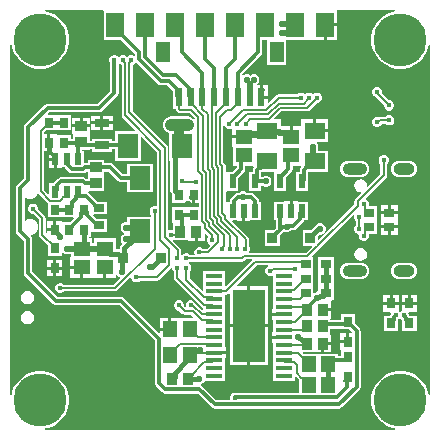
<source format=gbl>
G04*
G04 #@! TF.GenerationSoftware,Altium Limited,Altium Designer,25.6.2 (33)*
G04*
G04 Layer_Physical_Order=4*
G04 Layer_Color=16711680*
%FSLAX44Y44*%
%MOMM*%
G71*
G04*
G04 #@! TF.SameCoordinates,86BBD976-67B5-41F1-AD37-A89888A357BC*
G04*
G04*
G04 #@! TF.FilePolarity,Positive*
G04*
G01*
G75*
%ADD12C,0.6000*%
%ADD13C,0.2000*%
%ADD15C,0.1500*%
%ADD22R,1.5000X2.0000*%
%ADD23R,1.0000X0.9000*%
%ADD24R,0.9000X0.8000*%
%ADD27R,1.4000X1.3000*%
%ADD28R,0.9000X1.0000*%
%ADD32R,0.8000X0.9000*%
%ADD64C,0.4500*%
%ADD65C,0.5000*%
%ADD66C,0.3000*%
%ADD68C,0.4000*%
%ADD71O,2.1000X1.0000*%
%ADD72O,1.8000X1.0000*%
%ADD73C,4.5000*%
%ADD74C,0.5500*%
%ADD75C,0.4500*%
%ADD82R,1.8000X1.4000*%
%ADD83R,0.6000X1.5500*%
%ADD84R,0.6000X1.2000*%
%ADD85R,1.4750X0.4500*%
%ADD86R,2.7500X6.2000*%
%ADD87R,1.3000X0.7000*%
%ADD88R,0.6000X1.0000*%
%ADD89R,1.2000X1.4000*%
%ADD90R,1.8000X2.1000*%
%ADD91R,0.8800X0.9600*%
%ADD92R,1.8000X2.0000*%
%ADD93R,0.9400X0.6700*%
%ADD94R,1.3000X1.4000*%
%ADD95R,1.2000X1.8000*%
%ADD96C,1.0000*%
%ADD97C,0.8500*%
%ADD98R,0.6000X0.7530*%
G36*
X490576Y464100D02*
X487854Y463559D01*
X483395Y461712D01*
X479382Y459030D01*
X475970Y455618D01*
X473288Y451605D01*
X471441Y447146D01*
X470500Y442413D01*
Y437587D01*
X471441Y432854D01*
X473288Y428395D01*
X475970Y424382D01*
X479382Y420970D01*
X483395Y418288D01*
X487854Y416441D01*
X492587Y415500D01*
X497413D01*
X502146Y416441D01*
X506605Y418288D01*
X510618Y420970D01*
X514030Y424382D01*
X516712Y428395D01*
X518559Y432854D01*
X519100Y435576D01*
X520000Y435487D01*
Y139513D01*
X519100Y139424D01*
X518559Y142146D01*
X516712Y146605D01*
X514030Y150618D01*
X510618Y154030D01*
X506605Y156712D01*
X502146Y158559D01*
X497413Y159500D01*
X492587D01*
X487854Y158559D01*
X483395Y156712D01*
X479382Y154030D01*
X475970Y150618D01*
X473288Y146605D01*
X471441Y142146D01*
X470500Y137413D01*
Y132587D01*
X471441Y127854D01*
X473288Y123395D01*
X475970Y119382D01*
X479382Y115970D01*
X483395Y113288D01*
X487854Y111441D01*
X490576Y110900D01*
X490487Y110000D01*
X194513D01*
X194424Y110900D01*
X197146Y111441D01*
X201605Y113288D01*
X205618Y115970D01*
X209030Y119382D01*
X211712Y123395D01*
X213559Y127854D01*
X214500Y132587D01*
Y137413D01*
X213559Y142146D01*
X211712Y146605D01*
X209030Y150618D01*
X205618Y154030D01*
X201605Y156712D01*
X197146Y158559D01*
X192413Y159500D01*
X187587D01*
X182854Y158559D01*
X178395Y156712D01*
X174382Y154030D01*
X170970Y150618D01*
X168288Y146605D01*
X166441Y142146D01*
X165900Y139424D01*
X165000Y139513D01*
Y435487D01*
X165900Y435576D01*
X166441Y432854D01*
X168288Y428395D01*
X170970Y424382D01*
X174382Y420970D01*
X178395Y418288D01*
X182854Y416441D01*
X187587Y415500D01*
X192413D01*
X197146Y416441D01*
X201605Y418288D01*
X205618Y420970D01*
X209030Y424382D01*
X211712Y428395D01*
X213559Y432854D01*
X214500Y437587D01*
Y442413D01*
X213559Y447146D01*
X211712Y451605D01*
X209030Y455618D01*
X205618Y459030D01*
X201605Y461712D01*
X197146Y463558D01*
X194424Y464100D01*
X194512Y465000D01*
X243408D01*
X244100Y464497D01*
Y440000D01*
X258551D01*
X270431Y428119D01*
Y426755D01*
X269600Y426410D01*
X269407Y426603D01*
X267845Y427250D01*
X266155D01*
X264593Y426603D01*
X263500Y425510D01*
X262407Y426603D01*
X260845Y427250D01*
X259155D01*
X257593Y426603D01*
X256500Y425510D01*
X255407Y426603D01*
X253845Y427250D01*
X252155D01*
X250593Y426603D01*
X249397Y425407D01*
X248750Y423845D01*
Y422155D01*
X249397Y420593D01*
X249431Y420558D01*
Y396478D01*
X238772Y385819D01*
X196491D01*
X195125Y385547D01*
X193967Y384773D01*
X177477Y368283D01*
X176703Y367125D01*
X176431Y365759D01*
Y322947D01*
X170849Y317365D01*
X170076Y316207D01*
X169804Y314841D01*
Y278109D01*
X170076Y276743D01*
X170849Y275585D01*
X176431Y270003D01*
Y242500D01*
X176703Y241134D01*
X177477Y239977D01*
X201221Y216233D01*
X202378Y215459D01*
X203744Y215187D01*
X257266D01*
X286931Y185522D01*
Y149551D01*
X287202Y148185D01*
X287976Y147028D01*
X293527Y141477D01*
X294685Y140703D01*
X296050Y140431D01*
X323522D01*
X335227Y128727D01*
X336384Y127953D01*
X337750Y127681D01*
X443000D01*
X444366Y127953D01*
X445523Y128727D01*
X460524Y143727D01*
X461297Y144885D01*
X461569Y146250D01*
Y193250D01*
X461297Y194615D01*
X460524Y195773D01*
X456500Y199797D01*
Y207750D01*
X444500D01*
Y202569D01*
X435750D01*
Y203710D01*
X436290D01*
Y209980D01*
X429250D01*
Y212520D01*
X436290D01*
Y218790D01*
X436999Y219250D01*
X438500D01*
Y231250D01*
X438500D01*
Y231750D01*
X438500D01*
Y243750D01*
X438500D01*
Y244250D01*
X438500D01*
Y256250D01*
X425500D01*
Y244250D01*
X425500D01*
Y243750D01*
X425500D01*
Y231750D01*
X425500D01*
Y231250D01*
X425500D01*
Y227045D01*
X425365Y227018D01*
X424042Y226134D01*
X424042Y226134D01*
X423630Y225723D01*
X423298D01*
X422400Y225351D01*
X421500Y225952D01*
Y231250D01*
X421500Y231250D01*
Y231750D01*
X421500D01*
X421500Y232150D01*
Y243750D01*
X421500Y243750D01*
Y244250D01*
X421500D01*
X421500Y244650D01*
Y256250D01*
X420831D01*
X420487Y257081D01*
X426373Y262967D01*
X426373Y262967D01*
X455163Y291757D01*
X455926Y291248D01*
X455759Y290845D01*
Y289154D01*
X456406Y287592D01*
X457206Y286793D01*
Y283207D01*
X456407Y282408D01*
X455760Y280846D01*
Y279155D01*
X456407Y277593D01*
X457602Y276397D01*
X459164Y275750D01*
X459315D01*
X459815Y275002D01*
X459750Y274845D01*
Y273155D01*
X460397Y271593D01*
X461593Y270397D01*
X463155Y269750D01*
X464845D01*
X466407Y270397D01*
X467603Y271593D01*
X468250Y273155D01*
Y274845D01*
X468674Y275480D01*
X475260D01*
Y287480D01*
X475260Y287480D01*
Y287520D01*
X475260D01*
X475260Y288380D01*
Y299520D01*
X468674D01*
X468250Y300155D01*
Y301845D01*
X467603Y303407D01*
X466407Y304603D01*
X465805Y304853D01*
X465629Y305735D01*
X482983Y323088D01*
X483590Y323998D01*
X483804Y325071D01*
Y334794D01*
X484603Y335593D01*
X485250Y337155D01*
Y338845D01*
X484603Y340407D01*
X483407Y341603D01*
X481845Y342250D01*
X480155D01*
X478593Y341603D01*
X477397Y340407D01*
X476750Y338845D01*
Y337155D01*
X477397Y335593D01*
X478196Y334794D01*
Y326232D01*
X467558Y315594D01*
X466764Y316018D01*
X466840Y316400D01*
X466423Y318498D01*
X465234Y320277D01*
X463456Y321465D01*
X461358Y321883D01*
X459260Y321465D01*
X457481Y320277D01*
X456293Y318498D01*
X455876Y316400D01*
X456293Y314302D01*
X457481Y312524D01*
X459260Y311335D01*
X461358Y310918D01*
X461740Y310994D01*
X462164Y310200D01*
X457017Y305054D01*
X456410Y304144D01*
X456196Y303071D01*
Y300721D01*
X426083Y270608D01*
X425251Y270952D01*
Y273532D01*
X426695Y274976D01*
X427945D01*
X429691Y275700D01*
X431027Y277036D01*
X431750Y278782D01*
Y280671D01*
X431027Y282417D01*
X429691Y283753D01*
X427945Y284476D01*
X426055D01*
X424309Y283753D01*
X423630Y283073D01*
X422507Y282323D01*
X422507Y282323D01*
X419484Y279300D01*
X412451D01*
Y265700D01*
X419999D01*
X420344Y264869D01*
X415279Y259804D01*
X367490D01*
X367149Y260704D01*
X367750Y262155D01*
Y263845D01*
X367103Y265407D01*
X366878Y265632D01*
Y271037D01*
X366664Y272110D01*
X366057Y273020D01*
X352907Y286169D01*
X353252Y287000D01*
X356960D01*
Y286460D01*
X361230D01*
Y295000D01*
X363770D01*
Y286460D01*
X368040D01*
Y287000D01*
X377000D01*
Y303000D01*
X375569D01*
Y303743D01*
X375297Y305109D01*
X374524Y306267D01*
X371267Y309523D01*
X370109Y310297D01*
X368743Y310569D01*
X365149D01*
X364691Y311027D01*
X362945Y311750D01*
X361055D01*
X359309Y311027D01*
X358846Y310563D01*
X357752D01*
X356386Y310292D01*
X355229Y309518D01*
X351537Y305827D01*
X350764Y304669D01*
X350492Y303303D01*
Y303000D01*
X348000D01*
X347304Y303492D01*
Y311508D01*
X348000Y312000D01*
X358000D01*
Y322953D01*
X362766Y327719D01*
X363540Y328877D01*
X363811Y330243D01*
Y333500D01*
X370681D01*
X371054Y332600D01*
X370977Y332523D01*
X370203Y331365D01*
X369931Y330000D01*
Y328000D01*
X367000D01*
Y312000D01*
X377000D01*
Y316575D01*
X377995D01*
X378453Y316117D01*
X380199Y315393D01*
X382089D01*
X383834Y316117D01*
X385171Y317453D01*
X385894Y319198D01*
Y321088D01*
X385171Y322834D01*
X383834Y324170D01*
X382089Y324893D01*
X380199D01*
X378453Y324170D01*
X377995Y323712D01*
X377069D01*
Y327944D01*
X377347Y328000D01*
X388000D01*
Y312000D01*
X398000D01*
Y322953D01*
X402766Y327719D01*
X403540Y328877D01*
X403811Y330243D01*
Y333500D01*
X410681D01*
X411054Y332600D01*
X410977Y332523D01*
X410203Y331365D01*
X409931Y330000D01*
Y328000D01*
X407000D01*
Y312000D01*
X417000D01*
Y321155D01*
X417069Y321500D01*
Y328000D01*
X433500D01*
Y346000D01*
X425588D01*
Y347664D01*
X425750Y348055D01*
Y349945D01*
X425027Y351691D01*
X424157Y352560D01*
X424530Y353460D01*
X434040D01*
Y361730D01*
X422500D01*
Y363000D01*
X421230D01*
Y372540D01*
X410960D01*
Y367040D01*
X403770D01*
Y358000D01*
X401230D01*
Y367040D01*
X394040D01*
Y372540D01*
X388616D01*
X388271Y373372D01*
X394493Y379593D01*
X415626D01*
X416146Y379696D01*
X416301D01*
X417374Y379910D01*
X418283Y380517D01*
X424516Y386750D01*
X425075D01*
X426637Y387397D01*
X427832Y388593D01*
X428480Y390155D01*
Y391845D01*
X427832Y393407D01*
X426637Y394603D01*
X425075Y395250D01*
X423384D01*
X421822Y394603D01*
X420980Y393760D01*
X420137Y394603D01*
X418575Y395250D01*
X416884D01*
X415322Y394603D01*
X414480Y393760D01*
X413637Y394603D01*
X412075Y395250D01*
X410384D01*
X408822Y394603D01*
X408023Y393804D01*
X392035D01*
X390962Y393590D01*
X390052Y392983D01*
X383871Y386801D01*
X383040Y387146D01*
Y389834D01*
X377500D01*
Y391104D01*
X376230D01*
Y401394D01*
X374371D01*
X373999Y402294D01*
X375014Y403309D01*
X375737Y405055D01*
Y406945D01*
X375014Y408691D01*
X373678Y410027D01*
X371932Y410750D01*
X370042D01*
X368297Y410027D01*
X367994Y409724D01*
X367691Y410027D01*
X365945Y410750D01*
X364055D01*
X362309Y410027D01*
X362212Y409929D01*
X361278Y410268D01*
X361214Y410793D01*
X377123Y426702D01*
X377897Y427860D01*
X378169Y429226D01*
Y440000D01*
X382500D01*
Y418854D01*
X398500D01*
Y440000D01*
X421360D01*
Y439957D01*
X430130D01*
Y452497D01*
X431400D01*
Y453767D01*
X441440D01*
Y465000D01*
X490487D01*
X490576Y464100D01*
D02*
G37*
G36*
X289809Y402477D02*
X290967Y401703D01*
X292333Y401431D01*
X297522D01*
X302432Y396522D01*
Y392604D01*
X302500Y392259D01*
Y381354D01*
X304761D01*
X304910Y380605D01*
X305517Y379695D01*
X306591Y378621D01*
X307501Y378013D01*
X308574Y377800D01*
X316839D01*
X320890Y373749D01*
X320828Y373382D01*
X320391Y373178D01*
X319865Y373090D01*
X318530Y374114D01*
X316827Y374820D01*
X315000Y375060D01*
X301000D01*
X299173Y374820D01*
X297470Y374114D01*
X296008Y372992D01*
X294886Y371530D01*
X294180Y369827D01*
X293940Y368000D01*
X294180Y366173D01*
X294886Y364470D01*
X296008Y363008D01*
X297470Y361885D01*
X299173Y361180D01*
X299429Y361146D01*
Y337740D01*
X300172D01*
Y312250D01*
X300172Y312250D01*
X300482Y310689D01*
X301366Y309366D01*
X301500Y309232D01*
Y302000D01*
X313460D01*
Y301460D01*
X318730D01*
Y308500D01*
X321270D01*
Y301460D01*
X324196D01*
Y298000D01*
X314000D01*
Y298000D01*
X313500D01*
Y298000D01*
X301500D01*
Y285000D01*
X301557D01*
X302250Y284500D01*
Y279318D01*
X301502Y278818D01*
X301439Y278844D01*
X299749D01*
X299052Y278556D01*
X298304Y279056D01*
Y348500D01*
X298090Y349573D01*
X297483Y350483D01*
X268304Y379661D01*
Y418940D01*
X269407Y419397D01*
X270565Y420554D01*
X270735Y420670D01*
X271611Y420675D01*
X289809Y402477D01*
D02*
G37*
G36*
X257593Y419397D02*
X259155Y418750D01*
X259196D01*
Y376058D01*
X259410Y374985D01*
X260017Y374075D01*
X270522Y363571D01*
X270177Y362740D01*
X253429D01*
Y354307D01*
X250929D01*
Y356239D01*
X233929D01*
Y354307D01*
X231929D01*
Y359948D01*
X232469D01*
Y365718D01*
X217389D01*
Y359948D01*
X217929D01*
Y356308D01*
X215929D01*
Y359239D01*
X203969D01*
Y359779D01*
X198699D01*
Y352738D01*
X196159D01*
Y359779D01*
X193483D01*
Y361327D01*
X195394Y363239D01*
X203429D01*
Y363239D01*
X203929Y363239D01*
Y363239D01*
X215929D01*
Y376239D01*
X203929D01*
Y376239D01*
X203429Y376239D01*
Y376239D01*
X196702D01*
X196358Y377070D01*
X197969Y378681D01*
X240250D01*
X241616Y378953D01*
X242773Y379727D01*
X255523Y392477D01*
X256297Y393634D01*
X256569Y395000D01*
Y419245D01*
X257400Y419590D01*
X257593Y419397D01*
D02*
G37*
G36*
X289196Y344896D02*
Y299500D01*
X288448Y299000D01*
X287845Y299250D01*
X286155D01*
X284593Y298603D01*
X283397Y297407D01*
X282750Y295845D01*
Y294155D01*
X283397Y292593D01*
X284196Y291793D01*
Y289739D01*
X263929D01*
Y285750D01*
X262055D01*
X260309Y285027D01*
X258973Y283691D01*
X258250Y281945D01*
Y280055D01*
X258973Y278309D01*
X260309Y276973D01*
X261483Y276487D01*
Y275513D01*
X260309Y275027D01*
X258973Y273691D01*
X258250Y271945D01*
Y270055D01*
X258973Y268309D01*
X259853Y267430D01*
X258638Y266215D01*
X257754Y264892D01*
X257444Y263331D01*
X257404Y263292D01*
X256748Y262754D01*
X256429Y262817D01*
X256429Y262817D01*
X253929D01*
Y271739D01*
X235929D01*
Y267827D01*
X234179D01*
Y271739D01*
X231508D01*
Y272739D01*
X233429D01*
Y277489D01*
X246629D01*
Y288189D01*
X238276D01*
X235007Y291457D01*
X235352Y292289D01*
X246629D01*
Y302989D01*
X239176D01*
X231653Y310512D01*
X230790Y311088D01*
X231063Y311988D01*
X244429D01*
Y324988D01*
X244429D01*
Y325489D01*
X244429D01*
Y328420D01*
X248068D01*
X256273Y320215D01*
X257431Y319442D01*
X258797Y319170D01*
X263929D01*
Y310738D01*
X285929D01*
Y334738D01*
X263929D01*
Y326307D01*
X260275D01*
X252070Y334512D01*
X250912Y335285D01*
X249546Y335557D01*
X244429D01*
Y338489D01*
X230429D01*
Y335557D01*
X227879D01*
X227625Y335507D01*
X226929Y336077D01*
Y345989D01*
X225498D01*
Y346989D01*
X231929D01*
Y347170D01*
X233929D01*
Y345238D01*
X250929D01*
Y347170D01*
X253429D01*
Y337740D01*
X275429D01*
Y357488D01*
X276261Y357832D01*
X289196Y344896D01*
D02*
G37*
G36*
X346397Y366593D02*
X347593Y365397D01*
X349155Y364750D01*
X350845D01*
X352060Y365253D01*
X352960Y364774D01*
Y359270D01*
X362500D01*
Y356730D01*
X352960D01*
Y348960D01*
X353500D01*
Y333500D01*
X356674D01*
Y331721D01*
X352953Y328000D01*
X348000D01*
X347304Y328492D01*
Y333020D01*
X347090Y334093D01*
X346483Y335002D01*
X345130Y336355D01*
Y367300D01*
X346030Y367480D01*
X346397Y366593D01*
D02*
G37*
G36*
X197389Y340259D02*
X202929D01*
Y338989D01*
X204199D01*
Y331449D01*
X208469D01*
Y331989D01*
X210846D01*
X211406Y331150D01*
X214591Y327965D01*
X215749Y327192D01*
X217114Y326920D01*
X226379D01*
X227745Y327192D01*
X228902Y327965D01*
X229357Y328420D01*
X230429D01*
Y325489D01*
X230429D01*
Y324988D01*
X230429D01*
Y322057D01*
X229357D01*
X228902Y322512D01*
X227745Y323285D01*
X226379Y323557D01*
X207643D01*
X206278Y323285D01*
X205120Y322512D01*
X201906Y319298D01*
X201365Y318489D01*
X197929D01*
Y309741D01*
X197098Y309396D01*
X193483Y313011D01*
Y345699D01*
X197389D01*
Y340259D01*
D02*
G37*
G36*
X188859Y309704D02*
X196429Y302134D01*
Y289739D01*
X208429D01*
Y289738D01*
X208929D01*
Y289739D01*
X218257D01*
X218601Y288907D01*
X215433Y285739D01*
X208969D01*
Y286279D01*
X203699D01*
Y279239D01*
X202429D01*
Y277969D01*
X195889D01*
Y276592D01*
X194989Y276142D01*
X194681Y276374D01*
Y289123D01*
X194467Y290196D01*
X193859Y291106D01*
X188250Y296715D01*
Y297845D01*
X187603Y299407D01*
X186407Y300603D01*
X184845Y301250D01*
X183155D01*
X181593Y300603D01*
X180397Y299407D01*
X179750Y297845D01*
Y296155D01*
X180397Y294593D01*
X181593Y293397D01*
X183155Y292750D01*
X184285D01*
X189073Y287962D01*
Y281621D01*
X188173Y281562D01*
X187957Y283205D01*
X187289Y284817D01*
X186226Y286202D01*
X184842Y287264D01*
X183230Y287932D01*
X181500Y288159D01*
X179770Y287932D01*
X178158Y287264D01*
X177749Y286950D01*
X176941Y287348D01*
Y305602D01*
X177749Y306000D01*
X178158Y305686D01*
X179770Y305019D01*
X181500Y304791D01*
X183230Y305019D01*
X184842Y305686D01*
X186226Y306749D01*
X187289Y308133D01*
X187857Y309504D01*
X188262Y309679D01*
X188491Y309721D01*
X188859Y309704D01*
D02*
G37*
G36*
X323520Y269960D02*
X329290D01*
Y275569D01*
X330121Y275913D01*
X332731Y273304D01*
X332116Y272688D01*
X331469Y271126D01*
Y269436D01*
X332116Y267874D01*
X333312Y266678D01*
X333914Y266429D01*
X334090Y265546D01*
X331348Y262804D01*
X328206D01*
X327407Y263603D01*
X325845Y264250D01*
X324155D01*
X322593Y263603D01*
X321397Y262407D01*
X320750Y260845D01*
Y259155D01*
X321000Y258552D01*
X320500Y257804D01*
X317206D01*
X316407Y258603D01*
X314845Y259250D01*
X313155D01*
X311593Y258603D01*
X310524Y257535D01*
X310109Y257477D01*
X309304Y258018D01*
Y261617D01*
X309090Y262690D01*
X308483Y263600D01*
X302482Y269600D01*
X302855Y270500D01*
X315210D01*
Y269960D01*
X320980D01*
Y277500D01*
X323520D01*
Y269960D01*
D02*
G37*
G36*
X369822Y253296D02*
X347706Y231181D01*
X346875Y231525D01*
Y244250D01*
X328125D01*
Y235750D01*
Y228002D01*
X327294Y227658D01*
X316804Y238148D01*
Y243794D01*
X317603Y244593D01*
X318250Y246155D01*
Y247845D01*
X317603Y249407D01*
X316535Y250476D01*
X316462Y251000D01*
X316535Y251524D01*
X317206Y252196D01*
X360874D01*
X361947Y252410D01*
X362856Y253017D01*
X364035Y254196D01*
X369449D01*
X369822Y253296D01*
D02*
G37*
G36*
X189073Y281329D02*
Y274791D01*
X189286Y273718D01*
X189894Y272809D01*
X196429Y266273D01*
Y257239D01*
X208429D01*
Y259580D01*
X209329Y259953D01*
X210309Y258973D01*
X212055Y258250D01*
X213945D01*
X214566Y258507D01*
X216180D01*
Y256279D01*
X215639D01*
Y248509D01*
X225180D01*
Y247239D01*
X226450D01*
Y238199D01*
X234719D01*
Y238199D01*
X235389D01*
Y238199D01*
X243659D01*
Y247239D01*
X246199D01*
Y238199D01*
X254469D01*
Y240899D01*
X255369Y241078D01*
X255486Y240797D01*
X256822Y239460D01*
X257673Y239108D01*
X257885Y238046D01*
X252392Y232554D01*
X210457D01*
X209657Y233353D01*
X208095Y234000D01*
X206405D01*
X204843Y233353D01*
X203647Y232157D01*
X203000Y230595D01*
Y228905D01*
X203647Y227343D01*
X204843Y226147D01*
X206405Y225500D01*
X208095D01*
X209657Y226147D01*
X210457Y226946D01*
X253554D01*
X254627Y227160D01*
X255536Y227767D01*
X266101Y238332D01*
X266932Y237987D01*
Y237973D01*
X267579Y236411D01*
X268775Y235215D01*
X270337Y234568D01*
X272027D01*
X273589Y235215D01*
X274389Y236014D01*
X288800D01*
X289873Y236228D01*
X290783Y236835D01*
X300850Y246903D01*
X301750Y246530D01*
Y246155D01*
X302397Y244593D01*
X303196Y243794D01*
Y238486D01*
X303410Y237413D01*
X304017Y236503D01*
X327003Y213517D01*
X327913Y212910D01*
X328125Y212867D01*
Y211571D01*
X327225Y211198D01*
X321790Y216633D01*
X321283Y216972D01*
X321103Y217407D01*
X319907Y218603D01*
X318345Y219250D01*
X316655D01*
X315093Y218603D01*
X313897Y217407D01*
X313250Y215845D01*
Y214488D01*
X312378Y214087D01*
X311750Y214715D01*
Y215845D01*
X311103Y217407D01*
X309907Y218603D01*
X308345Y219250D01*
X306655D01*
X305093Y218603D01*
X303897Y217407D01*
X303250Y215845D01*
Y214155D01*
X303897Y212593D01*
X305093Y211397D01*
X306655Y210750D01*
X307785D01*
X310517Y208017D01*
X311427Y207410D01*
X312500Y207196D01*
X318228D01*
X320591Y204832D01*
X320247Y204001D01*
X309216D01*
X308539Y204541D01*
X308539Y204541D01*
X308539Y204541D01*
X301269D01*
Y195001D01*
X299999D01*
Y193731D01*
X291459D01*
Y192263D01*
X290628Y191919D01*
X261267Y221279D01*
X260110Y222053D01*
X258744Y222325D01*
X205222D01*
X183569Y243978D01*
Y271481D01*
X183297Y272847D01*
X182523Y274005D01*
X182429Y274099D01*
X182719Y274951D01*
X183230Y275019D01*
X184842Y275686D01*
X186226Y276749D01*
X187289Y278133D01*
X187957Y279745D01*
X188173Y281388D01*
X189073Y281329D01*
D02*
G37*
G36*
X383193Y248046D02*
X382727Y247853D01*
X381532Y246657D01*
X380885Y245095D01*
Y243405D01*
X381532Y241842D01*
X382727Y240647D01*
X384289Y240000D01*
X385980D01*
X386137Y240065D01*
X386885Y239565D01*
Y229250D01*
Y222750D01*
Y212290D01*
X386345D01*
Y208770D01*
X396260D01*
Y206230D01*
X386345D01*
Y202710D01*
X386885D01*
Y192790D01*
X386345D01*
Y189270D01*
X396260D01*
Y186730D01*
X386345D01*
Y183210D01*
X386885D01*
Y170750D01*
Y164250D01*
Y157750D01*
Y151250D01*
X405635D01*
Y154585D01*
X406466Y154930D01*
X409000Y152395D01*
Y140819D01*
X356887D01*
X355845Y141250D01*
X354155D01*
X352593Y140603D01*
X351397Y139407D01*
X350750Y137845D01*
Y136155D01*
X350993Y135567D01*
X350494Y134819D01*
X339228D01*
X327523Y146523D01*
X326366Y147297D01*
X326004Y148220D01*
X326023Y148283D01*
X327691Y148973D01*
X329027Y150309D01*
X329417Y151250D01*
X346875D01*
Y157750D01*
Y170210D01*
X347415D01*
Y173730D01*
X337500D01*
Y176270D01*
X347415D01*
Y179790D01*
X346875D01*
Y190250D01*
Y196750D01*
Y203250D01*
Y209750D01*
Y216250D01*
Y224196D01*
X347491D01*
X348564Y224410D01*
X349474Y225018D01*
X349759Y225303D01*
X350590Y224958D01*
Y199020D01*
X365610D01*
Y231290D01*
X356922D01*
X356578Y232122D01*
X373402Y248946D01*
X383014D01*
X383193Y248046D01*
D02*
G37*
G36*
X444500Y194750D02*
X451454D01*
X454013Y192190D01*
X453641Y191290D01*
X451770D01*
Y184250D01*
X450500D01*
Y182980D01*
X443960D01*
Y177210D01*
X444500D01*
Y172569D01*
X442000D01*
Y174250D01*
X412966D01*
X412297Y174918D01*
X412641Y175750D01*
X422210D01*
Y175210D01*
X427980D01*
Y182750D01*
X429250D01*
Y184020D01*
X436290D01*
Y190290D01*
X435750Y190500D01*
Y195431D01*
X444500D01*
Y194750D01*
D02*
G37*
%LPC*%
G36*
X441440Y451227D02*
X432670D01*
Y439957D01*
X441440D01*
Y451227D01*
D02*
G37*
G36*
X383040Y401394D02*
X378770D01*
Y392374D01*
X383040D01*
Y401394D01*
D02*
G37*
G36*
X476324Y399903D02*
X474634D01*
X473072Y399256D01*
X471876Y398060D01*
X471229Y396498D01*
Y394807D01*
X471876Y393245D01*
X473072Y392050D01*
X474322Y391532D01*
X481229Y384625D01*
Y383495D01*
X481876Y381933D01*
X483072Y380737D01*
X484634Y380090D01*
X486324D01*
X487886Y380737D01*
X489082Y381933D01*
X489729Y383495D01*
Y385185D01*
X489082Y386747D01*
X487886Y387943D01*
X486324Y388590D01*
X485194D01*
X479509Y394276D01*
X479729Y394807D01*
Y396498D01*
X479082Y398060D01*
X477886Y399256D01*
X476324Y399903D01*
D02*
G37*
G36*
X486603Y375992D02*
X484912D01*
X483350Y375345D01*
X482551Y374546D01*
X477780D01*
X476726Y374336D01*
X476324Y374503D01*
X474634D01*
X473072Y373856D01*
X471876Y372660D01*
X471229Y371098D01*
Y369407D01*
X471876Y367845D01*
X473072Y366650D01*
X474634Y366003D01*
X476324D01*
X477886Y366650D01*
X479082Y367845D01*
X479535Y368938D01*
X482551D01*
X483350Y368139D01*
X484912Y367492D01*
X486603D01*
X488165Y368139D01*
X489360Y369334D01*
X490007Y370897D01*
Y372587D01*
X489360Y374149D01*
X488165Y375345D01*
X486603Y375992D01*
D02*
G37*
G36*
X434040Y372540D02*
X423770D01*
Y364270D01*
X434040D01*
Y372540D01*
D02*
G37*
G36*
X502160Y337761D02*
X494160D01*
X492332Y337520D01*
X490630Y336815D01*
X489167Y335693D01*
X488045Y334230D01*
X487340Y332528D01*
X487099Y330700D01*
X487340Y328873D01*
X488045Y327170D01*
X489167Y325708D01*
X490630Y324586D01*
X492332Y323881D01*
X494160Y323640D01*
X502160D01*
X503987Y323881D01*
X505690Y324586D01*
X507152Y325708D01*
X508274Y327170D01*
X508980Y328873D01*
X509220Y330700D01*
X508980Y332528D01*
X508274Y334230D01*
X507152Y335693D01*
X505690Y336815D01*
X503987Y337520D01*
X502160Y337761D01*
D02*
G37*
G36*
X461859D02*
X450859D01*
X449032Y337520D01*
X447329Y336815D01*
X445867Y335693D01*
X444745Y334230D01*
X444039Y332528D01*
X443799Y330700D01*
X444039Y328873D01*
X444745Y327170D01*
X445867Y325708D01*
X447329Y324586D01*
X449032Y323881D01*
X450859Y323640D01*
X461859D01*
X463686Y323881D01*
X465389Y324586D01*
X466852Y325708D01*
X467974Y327170D01*
X468679Y328873D01*
X468919Y330700D01*
X468679Y332528D01*
X467974Y334230D01*
X466852Y335693D01*
X465389Y336815D01*
X463686Y337520D01*
X461859Y337761D01*
D02*
G37*
G36*
X408040Y303540D02*
X403770D01*
Y295000D01*
X401230D01*
Y303540D01*
X396960D01*
Y303000D01*
X388000D01*
Y287000D01*
X389431D01*
Y280729D01*
X388002Y279300D01*
X380249D01*
Y265700D01*
X393049D01*
Y274253D01*
X396510Y277715D01*
X396587D01*
X398285Y277011D01*
X400175D01*
X401920Y277735D01*
X402857Y278671D01*
X404431D01*
X405797Y278943D01*
X406955Y279716D01*
X413023Y285785D01*
X413797Y286943D01*
X413808Y287000D01*
X417000D01*
Y303000D01*
X408040D01*
Y303540D01*
D02*
G37*
G36*
X492799Y300060D02*
X487029D01*
Y294790D01*
X492799D01*
Y300060D01*
D02*
G37*
G36*
X484489D02*
X478719D01*
Y294790D01*
X484489D01*
Y300060D01*
D02*
G37*
G36*
X492799Y292250D02*
X478719D01*
Y286980D01*
Y282750D01*
X492799D01*
Y286980D01*
Y292250D01*
D02*
G37*
G36*
Y280210D02*
X487029D01*
Y274940D01*
X492799D01*
Y280210D01*
D02*
G37*
G36*
X484489D02*
X478719D01*
Y274940D01*
X484489D01*
Y280210D01*
D02*
G37*
G36*
X461358Y263983D02*
X459260Y263566D01*
X457481Y262377D01*
X456293Y260599D01*
X455876Y258501D01*
X456293Y256403D01*
X457481Y254624D01*
X459260Y253436D01*
X461358Y253019D01*
X463456Y253436D01*
X465234Y254624D01*
X466423Y256403D01*
X466840Y258501D01*
X466423Y260599D01*
X465234Y262377D01*
X463456Y263566D01*
X461358Y263983D01*
D02*
G37*
G36*
X502160Y251360D02*
X494160D01*
X492332Y251119D01*
X490630Y250414D01*
X489167Y249292D01*
X488045Y247830D01*
X487340Y246127D01*
X487099Y244300D01*
X487340Y242472D01*
X488045Y240770D01*
X489167Y239307D01*
X490630Y238185D01*
X492332Y237480D01*
X494160Y237239D01*
X502160D01*
X503987Y237480D01*
X505690Y238185D01*
X507152Y239307D01*
X508274Y240770D01*
X508980Y242472D01*
X509220Y244300D01*
X508980Y246127D01*
X508274Y247830D01*
X507152Y249292D01*
X505690Y250414D01*
X503987Y251119D01*
X502160Y251360D01*
D02*
G37*
G36*
X461859D02*
X450859D01*
X449032Y251119D01*
X447329Y250414D01*
X445867Y249292D01*
X444745Y247830D01*
X444039Y246127D01*
X443799Y244300D01*
X444039Y242472D01*
X444745Y240770D01*
X445867Y239307D01*
X447329Y238185D01*
X449032Y237480D01*
X450859Y237239D01*
X461859D01*
X463686Y237480D01*
X465389Y238185D01*
X466852Y239307D01*
X467974Y240770D01*
X468679Y242472D01*
X468919Y244300D01*
X468679Y246127D01*
X467974Y247830D01*
X466852Y249292D01*
X465389Y250414D01*
X463686Y251119D01*
X461859Y251360D01*
D02*
G37*
G36*
X493770Y223940D02*
X488500D01*
Y218170D01*
X493770D01*
Y223940D01*
D02*
G37*
G36*
X485960D02*
X480690D01*
Y218170D01*
X485960D01*
Y223940D01*
D02*
G37*
G36*
X509310Y223940D02*
X504040D01*
Y218170D01*
X509310D01*
Y223940D01*
D02*
G37*
G36*
X501500D02*
X496230D01*
Y218170D01*
X501500D01*
Y223940D01*
D02*
G37*
G36*
X179500Y227446D02*
X177304Y227009D01*
X175443Y225765D01*
X174199Y223904D01*
X173763Y221708D01*
X174199Y219513D01*
X175443Y217651D01*
X177304Y216408D01*
X179500Y215971D01*
X181696Y216408D01*
X183557Y217651D01*
X184801Y219513D01*
X185237Y221708D01*
X184801Y223904D01*
X183557Y225765D01*
X181696Y227009D01*
X179500Y227446D01*
D02*
G37*
G36*
Y210445D02*
X177304Y210009D01*
X175443Y208765D01*
X174199Y206903D01*
X173763Y204708D01*
X174199Y202512D01*
X175443Y200651D01*
X177304Y199407D01*
X179500Y198971D01*
X181696Y199407D01*
X183557Y200651D01*
X184801Y202512D01*
X185237Y204708D01*
X184801Y206903D01*
X183557Y208765D01*
X181696Y210009D01*
X179500Y210445D01*
D02*
G37*
G36*
X493770Y215630D02*
X487230D01*
X480690D01*
Y209860D01*
X486674D01*
X487212Y208960D01*
X486750Y207845D01*
Y207164D01*
X486433Y206690D01*
X486376Y206400D01*
X481230D01*
Y193400D01*
X493230D01*
Y202055D01*
X493298Y202400D01*
Y203352D01*
X493407Y203397D01*
X494459Y204448D01*
X495510Y203397D01*
X496702Y202903D01*
Y202400D01*
X496770Y202055D01*
Y193400D01*
X508770D01*
Y206400D01*
X503205D01*
X502794Y207016D01*
X502167Y207642D01*
Y207845D01*
X501705Y208960D01*
X502243Y209860D01*
X509310D01*
Y215630D01*
X502770D01*
X496230D01*
Y210901D01*
X495510Y210603D01*
X494459Y209552D01*
X493770Y210240D01*
Y215630D01*
D02*
G37*
G36*
X251469Y375779D02*
X243699D01*
Y371009D01*
X251469D01*
Y375779D01*
D02*
G37*
G36*
X241159D02*
X233389D01*
Y371009D01*
X241159D01*
Y375779D01*
D02*
G37*
G36*
X232469Y374028D02*
X226199D01*
Y368258D01*
X232469D01*
Y374028D01*
D02*
G37*
G36*
X223659D02*
X217389D01*
Y368258D01*
X223659D01*
Y374028D01*
D02*
G37*
G36*
X251469Y368469D02*
X243699D01*
Y363699D01*
X251469D01*
Y368469D01*
D02*
G37*
G36*
X241159D02*
X233389D01*
Y363699D01*
X241159D01*
Y368469D01*
D02*
G37*
G36*
X201659Y337719D02*
X197389D01*
Y331449D01*
X201659D01*
Y337719D01*
D02*
G37*
G36*
X201159Y286279D02*
X195889D01*
Y280509D01*
X201159D01*
Y286279D01*
D02*
G37*
G36*
X208969Y253779D02*
X203699D01*
Y248009D01*
X208969D01*
Y253779D01*
D02*
G37*
G36*
X201159D02*
X195889D01*
Y248009D01*
X201159D01*
Y253779D01*
D02*
G37*
G36*
X208969Y245469D02*
X203699D01*
Y239699D01*
X208969D01*
Y245469D01*
D02*
G37*
G36*
X201159D02*
X195889D01*
Y239699D01*
X201159D01*
Y245469D01*
D02*
G37*
G36*
X223909Y245969D02*
X215639D01*
Y238199D01*
X223909D01*
Y245969D01*
D02*
G37*
G36*
X298729Y204541D02*
X291459D01*
Y196271D01*
X298729D01*
Y204541D01*
D02*
G37*
G36*
X383170Y231290D02*
X368150D01*
Y199020D01*
X383170D01*
Y231290D01*
D02*
G37*
G36*
Y196480D02*
X368150D01*
Y164210D01*
X383170D01*
Y196480D01*
D02*
G37*
G36*
X365610D02*
X350590D01*
Y164210D01*
X365610D01*
Y196480D01*
D02*
G37*
G36*
X449230Y191290D02*
X443960D01*
Y185520D01*
X449230D01*
Y191290D01*
D02*
G37*
G36*
X436290Y181480D02*
X430520D01*
Y175210D01*
X436290D01*
Y181480D01*
D02*
G37*
%LPD*%
D12*
X365000Y360500D02*
X380000D01*
D13*
X320499Y175000D02*
X337500D01*
X317500Y172001D02*
X320499Y175000D01*
D15*
X405861Y201000D02*
X415930Y211070D01*
X315808Y152809D02*
X319249Y156250D01*
X315499Y152500D02*
X315808Y152809D01*
X184000Y297000D02*
X191877Y289123D01*
X190679Y311849D02*
Y362489D01*
X191877Y274791D02*
X202429Y264239D01*
X190679Y311849D02*
X198790Y303738D01*
X191877Y274791D02*
Y289123D01*
X308749Y182751D02*
X336249D01*
X337500Y181500D01*
X299999Y174001D02*
X308749Y182751D01*
X333000Y282312D02*
Y285089D01*
X337500Y290488D02*
Y330120D01*
X334000Y289039D02*
X336500Y286539D01*
X328326Y329395D02*
X330500Y327221D01*
X341000Y291938D02*
X343500Y289438D01*
X330500Y287589D02*
Y327221D01*
X327000Y286139D02*
Y325771D01*
X341000Y291938D02*
Y331570D01*
X342326Y374826D02*
X348104Y380604D01*
X327000Y286139D02*
X329500Y283639D01*
X334000Y289039D02*
Y328671D01*
X338826Y377680D02*
X347500Y386354D01*
X347000Y288111D02*
Y290888D01*
X337500Y290488D02*
X340000Y287988D01*
X338826Y333744D02*
Y377680D01*
X329500Y280500D02*
Y283639D01*
X331826Y330845D02*
X334000Y328671D01*
X335326Y388930D02*
X337500Y391104D01*
X344500Y293388D02*
Y333020D01*
X335326Y332294D02*
Y388930D01*
X344500Y293388D02*
X347000Y290888D01*
X336500Y283762D02*
Y286539D01*
X335326Y332294D02*
X337500Y330120D01*
X342326Y335194D02*
X344500Y333020D01*
X338826Y333744D02*
X341000Y331570D01*
X342326Y335194D02*
Y374826D01*
X324000Y328771D02*
X327000Y325771D01*
X343500Y286661D02*
Y289438D01*
X330500Y287589D02*
X333000Y285089D01*
X340000Y285212D02*
Y287988D01*
X348104Y380604D02*
X351639D01*
X336500Y283762D02*
X346000Y274262D01*
X310755Y319745D02*
X321745D01*
X347000Y288111D02*
X364074Y271037D01*
X343500Y286661D02*
X357000Y273161D01*
X310500Y320000D02*
X310755Y319745D01*
X333000Y282312D02*
X341000Y274312D01*
X329500Y280500D02*
X335719Y274281D01*
X340000Y285212D02*
X350500Y274711D01*
X335719Y270281D02*
Y274281D01*
X341000Y268491D02*
Y274312D01*
X364074Y263574D02*
Y271037D01*
X344000Y263571D02*
X346000Y265571D01*
Y274262D01*
X344000Y263000D02*
Y263571D01*
X332509Y260000D02*
X341000Y268491D01*
X477780Y371742D02*
X485757D01*
X476291Y370253D02*
X477780Y371742D01*
X475479Y370253D02*
X476291D01*
X202429Y263739D02*
Y264239D01*
X190679Y362489D02*
X197429Y369239D01*
X319249Y157249D02*
X327375Y165375D01*
X319249Y156250D02*
Y157249D01*
X327375Y165389D02*
X328986Y167000D01*
X336000D01*
X327375Y165375D02*
Y165389D01*
X336000Y167000D02*
X337500Y168500D01*
X396260Y201000D02*
X405861D01*
X396260Y214000D02*
X413000D01*
X396260Y181500D02*
X414501D01*
X323500Y188000D02*
X337500D01*
X317500Y194000D02*
X323500Y188000D01*
X475479Y395653D02*
X476053Y395079D01*
Y393766D02*
X485479Y384340D01*
X476053Y393766D02*
Y395079D01*
X314000Y255000D02*
X360874D01*
X325000Y260000D02*
X332509D01*
X360874Y255000D02*
X362873Y257000D01*
X416440D01*
X481000Y325071D02*
Y338000D01*
X459000Y303071D02*
X481000Y325071D01*
X416440Y257000D02*
X424390Y264950D01*
X459000Y299560D02*
Y303071D01*
X424390Y264950D02*
X459000Y299560D01*
X424390Y264950D02*
X424390D01*
X295500Y272617D02*
Y348500D01*
X265500Y378500D02*
X295500Y348500D01*
X292000Y270073D02*
Y346058D01*
X262000Y376058D02*
X292000Y346058D01*
X385763Y244250D02*
X387514Y246000D01*
X385135Y244250D02*
X385763D01*
X387514Y246000D02*
X406250D01*
X314000Y236986D02*
X328986Y222000D01*
X314000Y236986D02*
Y247000D01*
X417000Y391000D02*
X417035Y390965D01*
X413301Y386000D02*
X417035Y389735D01*
Y390965D01*
X391985Y386000D02*
X413301D01*
X415730Y382500D02*
X416301D01*
X393331Y382397D02*
X415626D01*
X416301Y382500D02*
X424230Y390429D01*
X415626Y382397D02*
X415730Y382500D01*
X424230Y390429D02*
Y391000D01*
X392035D02*
X411230D01*
X381639Y380604D02*
X392035Y391000D01*
X383089Y377104D02*
X391985Y386000D01*
X383685Y372750D02*
X393331Y382397D01*
X354929Y374000D02*
X355000D01*
X350000Y369071D02*
X354929Y374000D01*
X350000Y369000D02*
Y369071D01*
X361604Y380604D02*
X381639D01*
X355000Y374000D02*
X361604Y380604D01*
X357000Y369000D02*
Y369071D01*
X361929Y374000D01*
X362000D01*
X365104Y377104D01*
X383089D01*
X367750Y372750D02*
X383685D01*
X364000Y369000D02*
X367750Y372750D01*
X331826Y330845D02*
Y376978D01*
X327500Y381304D02*
X331826Y376978D01*
X317500Y386354D02*
X328326Y375528D01*
Y329395D02*
Y375528D01*
X351639Y380604D02*
X355139Y384104D01*
X324000Y328771D02*
Y374604D01*
X318000Y380604D02*
X324000Y374604D01*
X468260Y293520D02*
X468760D01*
X465010Y296770D02*
X468260Y293520D01*
X465010Y296770D02*
Y299179D01*
X464000Y300188D02*
X465010Y299179D01*
X464000Y300188D02*
Y301000D01*
X465010Y278230D02*
X468260Y281480D01*
X465010Y275821D02*
Y278230D01*
X464000Y274812D02*
X465010Y275821D01*
X464000Y274000D02*
Y274812D01*
X460009Y280000D02*
Y290000D01*
X460009Y290000D02*
X460009Y290000D01*
Y280000D02*
X460009Y280000D01*
X413501Y251749D02*
X415000Y250250D01*
X372240Y251749D02*
X413501D01*
X347491Y227000D02*
X372240Y251749D01*
X295500Y272617D02*
X306500Y261617D01*
Y255500D02*
Y261617D01*
X300594Y274594D02*
X308035D01*
X311179Y277739D01*
X299281Y249300D02*
Y262791D01*
X292000Y270073D02*
X299281Y262791D01*
X306000Y255000D02*
X306500Y255500D01*
X306000Y238486D02*
Y247000D01*
Y238486D02*
X328986Y215500D01*
X350500Y263000D02*
Y274711D01*
X357000Y263000D02*
Y273161D01*
X363500Y263000D02*
X364074Y263574D01*
X253554Y229750D02*
X287000Y263196D01*
Y295000D01*
X265500Y378500D02*
Y420688D01*
X267000Y422188D01*
X262000Y376058D02*
Y420621D01*
X267000Y422188D02*
Y423000D01*
X260000Y422621D02*
Y423000D01*
Y422621D02*
X262000Y420621D01*
X207250Y229750D02*
X253554D01*
X299999Y173001D02*
Y174001D01*
X317500Y194000D02*
Y195000D01*
X396260Y168500D02*
X397760Y167000D01*
X404774D01*
X407318Y164457D01*
Y158043D02*
Y164457D01*
Y158043D02*
X411361Y154000D01*
X411750D01*
X417500Y148250D01*
Y147750D02*
Y148250D01*
X307500Y215000D02*
X312500Y210000D01*
X271182Y238818D02*
X288800D01*
X396260Y220500D02*
X409750D01*
X414500Y225250D01*
X288800Y238818D02*
X299281Y249300D01*
X317500Y215000D02*
X317849Y214651D01*
X319807D01*
X312500Y210000D02*
X319389D01*
X319807Y214651D02*
X326958Y207500D01*
X319389Y210000D02*
X326889Y202500D01*
X326958Y207500D02*
X337500D01*
X317500Y386354D02*
Y391104D01*
X327500Y381304D02*
Y391104D01*
X355139Y384104D02*
X355250D01*
X357500Y386354D01*
X447250Y151000D02*
X450500Y154250D01*
X307500Y381678D02*
X308574Y380604D01*
X307500Y381678D02*
Y391104D01*
X308574Y380604D02*
X318000D01*
X336000Y202500D02*
X337500Y201000D01*
X326889Y202500D02*
X336000D01*
X328986Y215500D02*
X336000D01*
X337500Y214000D01*
X328986Y222000D02*
X336000D01*
X337500Y220500D01*
Y227000D02*
X347491D01*
X347500Y386354D02*
Y391104D01*
X357500Y386354D02*
Y391104D01*
X408250Y175000D02*
X417500Y165750D01*
X396260Y175000D02*
X408250D01*
X417500Y165250D02*
Y165750D01*
X412750Y194500D02*
X415750Y197500D01*
X396260Y194500D02*
X412750D01*
X414500Y225250D02*
X415000D01*
X414500Y237750D02*
X415000D01*
X405251Y228500D02*
X414500Y237750D01*
X397760Y228500D02*
X405251D01*
X396260Y227000D02*
X397760Y228500D01*
X197429Y369239D02*
Y369739D01*
X198790Y303738D02*
X207068D01*
X208679Y305350D01*
Y305738D01*
X212429Y309489D01*
Y311489D01*
D22*
X431400Y452497D02*
D03*
X406000D02*
D03*
X304400D02*
D03*
X329800D02*
D03*
X253600D02*
D03*
X279000D02*
D03*
X380600D02*
D03*
X355200D02*
D03*
D23*
X224929Y366988D02*
D03*
Y353489D02*
D03*
X237429Y318488D02*
D03*
Y331988D02*
D03*
D24*
X485759Y293520D02*
D03*
Y281480D02*
D03*
X432000Y225250D02*
D03*
Y237750D02*
D03*
Y250250D02*
D03*
X468760Y281480D02*
D03*
Y293520D02*
D03*
X415000Y250250D02*
D03*
Y237750D02*
D03*
Y225250D02*
D03*
D27*
X362500Y358000D02*
D03*
X402500D02*
D03*
X244929Y247239D02*
D03*
X225180D02*
D03*
X244929Y263239D02*
D03*
X225180D02*
D03*
X362500Y342000D02*
D03*
X402500D02*
D03*
D28*
X429250Y211250D02*
D03*
Y182750D02*
D03*
X322250Y277500D02*
D03*
X302000Y152500D02*
D03*
X415750Y211250D02*
D03*
X315499Y152500D02*
D03*
X415750Y182750D02*
D03*
Y197500D02*
D03*
X429250D02*
D03*
X308750Y277500D02*
D03*
D32*
X487230Y216900D02*
D03*
X502770Y216900D02*
D03*
X450500Y184250D02*
D03*
X320000Y308500D02*
D03*
X197429Y352738D02*
D03*
X202429Y279239D02*
D03*
Y246739D02*
D03*
X307500Y308500D02*
D03*
X202429Y263739D02*
D03*
X227429Y279239D02*
D03*
X209929Y369739D02*
D03*
Y352739D02*
D03*
X227429Y296239D02*
D03*
X214929Y296238D02*
D03*
Y279239D02*
D03*
X197429Y369739D02*
D03*
X202429Y296238D02*
D03*
X307500Y291500D02*
D03*
X320000D02*
D03*
X450500Y154250D02*
D03*
Y171250D02*
D03*
Y201250D02*
D03*
X502770Y199900D02*
D03*
X487230Y199900D02*
D03*
D64*
X429250Y182750D02*
X429375Y182625D01*
X224965Y375965D02*
X225000Y376000D01*
X224929Y366988D02*
X224965Y367024D01*
X313750Y168251D02*
X317500Y172001D01*
X313750Y167741D02*
Y168251D01*
X304250Y158241D02*
X313750Y167741D01*
X304250Y154750D02*
Y158241D01*
X302000Y152500D02*
X304250Y154750D01*
X411521Y185500D02*
X413500D01*
X408500Y188250D02*
X408771D01*
X413500Y185500D02*
X415750Y183250D01*
X408771Y188250D02*
X411521Y185500D01*
X415750Y182750D02*
Y183250D01*
X315808Y152809D02*
X324809D01*
X325000Y153000D01*
X433500Y147750D02*
Y165250D01*
D65*
X263000Y281000D02*
X271668D01*
X263000Y271000D02*
X269191D01*
X269440Y271250D01*
X225037Y263096D02*
X225180Y263239D01*
X213096Y263096D02*
X225037D01*
X225180Y263239D02*
X244929D01*
X213000Y263000D02*
X213096Y263096D01*
X393333Y361466D02*
X393429Y361371D01*
X393237Y361562D02*
X393333Y361466D01*
X399130Y361371D02*
X402500Y358000D01*
X383939Y361562D02*
X393237D01*
X382500Y363000D02*
X383939Y361562D01*
X393429Y361371D02*
X399130D01*
X380000Y360500D02*
X382500Y363000D01*
X362500Y358000D02*
X365000Y360500D01*
X405497Y453000D02*
X406000Y452497D01*
Y451000D02*
Y452497D01*
X401000Y446000D02*
X406000Y451000D01*
X395000Y453000D02*
X405497D01*
X395000Y446000D02*
X401000D01*
X420500Y337000D02*
X421000Y337500D01*
Y349000D01*
D66*
X199396Y344522D02*
X202929Y340989D01*
X197500Y345000D02*
X197978Y344522D01*
X202929Y338989D02*
Y340989D01*
X197978Y344522D02*
X199396D01*
X415930Y211070D02*
Y212661D01*
X180000Y242500D02*
X203744Y218756D01*
X430750Y199000D02*
X448251D01*
X180000Y242500D02*
Y271481D01*
X173373Y278109D02*
Y314841D01*
X180000Y365759D02*
X196491Y382250D01*
X173373Y278109D02*
X180000Y271481D01*
Y321469D02*
Y365759D01*
X448251Y199000D02*
X450500Y201250D01*
X173373Y314841D02*
X180000Y321469D01*
X425400Y446497D02*
X431400Y452497D01*
X377500Y395854D02*
X379000Y397354D01*
X377500Y391104D02*
Y395854D01*
X240250Y382250D02*
X253000Y395000D01*
X196491Y382250D02*
X240250D01*
X500270Y202400D02*
X502770Y199900D01*
X497917Y206846D02*
X500270Y204493D01*
Y202400D02*
Y204493D01*
X497917Y206846D02*
Y207000D01*
X491000Y206594D02*
Y207000D01*
X489730Y205324D02*
X491000Y206594D01*
X489730Y202400D02*
Y205324D01*
X487230Y199900D02*
X489730Y202400D01*
X365000Y405323D02*
X366970Y403354D01*
X365000Y405323D02*
Y406000D01*
X367500Y402513D02*
X370987Y406000D01*
X367500Y391104D02*
Y402513D01*
X357500Y391104D02*
Y412126D01*
X374600Y429226D01*
Y446497D01*
X436750Y169000D02*
X448251D01*
X450500Y171250D01*
X433500Y165750D02*
X436750Y169000D01*
X362000Y307000D02*
X368743D01*
X372000Y303743D01*
X429250Y197500D02*
X430750Y199000D01*
X337750Y131250D02*
X443000D01*
X355250Y137250D02*
X441450D01*
X355000Y137000D02*
X355250Y137250D01*
X443000Y131250D02*
X458000Y146250D01*
X325000Y144000D02*
X337750Y131250D01*
X441450Y137250D02*
X450147Y145947D01*
X253000Y395000D02*
Y423000D01*
X274000Y423333D02*
X292333Y405000D01*
X279000Y425404D02*
X294404Y410000D01*
X299000Y405000D02*
X306000Y398000D01*
X292333Y405000D02*
X299000D01*
X305000Y410000D02*
X316000Y399000D01*
X294404Y410000D02*
X305000D01*
X306000Y392604D02*
Y398000D01*
Y392604D02*
X307500Y391104D01*
X316000Y392604D02*
Y399000D01*
Y392604D02*
X317500Y391104D01*
X274000Y423333D02*
Y429597D01*
X279000Y425404D02*
Y452497D01*
X224929Y290189D02*
Y293239D01*
X225954Y294264D02*
X229005D01*
X217429Y282689D02*
X224929Y290189D01*
Y293239D02*
X225954Y294264D01*
X214929Y279239D02*
X217429Y281739D01*
Y282689D01*
X207643Y319989D02*
X226379D01*
X204429Y316775D02*
X207643Y319989D01*
X202929Y311489D02*
X204429Y312989D01*
Y316775D01*
X415930Y212661D02*
X424242Y220973D01*
X213929Y333674D02*
Y337489D01*
X217114Y330489D02*
X226379D01*
X212429Y338989D02*
X213929Y337489D01*
Y333674D02*
X217114Y330489D01*
X221929Y307988D02*
X229130D01*
X236729Y299489D02*
Y300389D01*
X220429Y307988D02*
X221929D01*
X229130D02*
X236729Y300389D01*
Y299489D02*
X238579Y297639D01*
X239929D01*
X217429Y302202D02*
X220429Y305202D01*
Y307988D01*
X214929Y296238D02*
X217429Y298738D01*
Y302202D01*
X360243Y330243D02*
Y339743D01*
X362500Y342000D01*
X353000Y323000D02*
X360243Y330243D01*
X393000Y323000D02*
X400243Y330243D01*
Y339743D01*
X402500Y342000D01*
X253600Y449997D02*
Y452497D01*
Y449997D02*
X274000Y429597D01*
X412000Y320000D02*
X413500Y321500D01*
Y330000D02*
X420500Y337000D01*
X413500Y321500D02*
Y330000D01*
X458000Y146250D02*
Y193250D01*
X450147Y145947D02*
Y153897D01*
X450500Y154250D01*
X227879Y318488D02*
X237429D01*
X226379Y319989D02*
X227879Y318488D01*
X226379Y330489D02*
X227879Y331988D01*
X249546D02*
X258797Y322738D01*
X274929D01*
X227879Y331988D02*
X237429D01*
X249546D01*
X377000Y331499D02*
X382500Y337000D01*
X373500Y330000D02*
X380500Y337000D01*
X372144Y320143D02*
X381144D01*
X372000Y320000D02*
X372144Y320143D01*
X404431Y282240D02*
X410500Y288309D01*
X399708Y282240D02*
X404431D01*
X410500Y288309D02*
Y293500D01*
X412000Y295000D01*
X398751Y281283D02*
X399708Y282240D01*
X393000Y279251D02*
X395032Y281283D01*
X398751D01*
X386649Y272900D02*
X393000Y279251D01*
X372000Y295000D02*
Y303743D01*
X354061Y303303D02*
X357752Y306995D01*
X353000Y295000D02*
X354061Y296061D01*
Y303303D01*
X357752Y306995D02*
X361995D01*
X362000Y307000D01*
X296050Y144000D02*
X325000D01*
X374600Y446497D02*
X380600Y452497D01*
X380500Y337000D02*
X382500D01*
X373500Y321500D02*
Y330000D01*
X290499Y149551D02*
X296050Y144000D01*
X203744Y218756D02*
X258744D01*
X290499Y187001D01*
Y149551D02*
Y187001D01*
X450500Y200750D02*
X458000Y193250D01*
X229929Y291488D02*
X238579Y282839D01*
X239929D01*
X372000Y320000D02*
X373500Y321500D01*
X242429Y350738D02*
X263930D01*
X264429Y350240D01*
X227680Y350738D02*
X242429D01*
X221929Y338989D02*
Y350489D01*
X209929Y352739D02*
X224179D01*
X221929Y350489D02*
X224929Y353489D01*
X227680Y350738D01*
X224179Y352739D02*
X224929Y353489D01*
X309929Y278989D02*
X311179Y277739D01*
X309929Y291739D02*
X322429D01*
X309929Y278989D02*
Y291739D01*
X327500Y391104D02*
Y412126D01*
X310400Y429226D02*
X327500Y412126D01*
X304400Y452497D02*
X310400Y446497D01*
Y429226D02*
Y446497D01*
X329800Y423776D02*
Y452497D01*
Y423776D02*
X337500Y416076D01*
Y391104D02*
Y416076D01*
X355200Y423776D02*
Y452497D01*
X347500Y416076D02*
X355200Y423776D01*
X347500Y391104D02*
Y416076D01*
X386649Y272500D02*
Y272900D01*
X393000Y279251D02*
Y295000D01*
X353000Y320000D02*
Y323000D01*
X393000Y320000D02*
Y323000D01*
X221929Y309489D02*
Y311489D01*
X227429Y296239D02*
X229929Y293739D01*
Y291488D02*
Y293739D01*
X202429Y296238D02*
X214929D01*
X197429Y369739D02*
X197429Y369739D01*
X209929D01*
D68*
X197465Y345035D02*
X197500Y345000D01*
X197465Y345035D02*
Y352703D01*
X271668Y281000D02*
X274929Y277739D01*
X261522Y263331D02*
X269440Y271250D01*
X206227Y273275D02*
X206514Y272988D01*
X206227Y273275D02*
Y274941D01*
X202429Y278739D02*
X206227Y274941D01*
X202429Y278739D02*
Y279239D01*
X244929Y263239D02*
X249429Y258739D01*
X256429D01*
X257129Y258039D01*
X257529D01*
X259929Y255639D01*
Y255239D02*
Y255639D01*
X449000Y182750D02*
X450500Y184250D01*
X318000Y306500D02*
X320000Y308500D01*
X320999Y177251D02*
X325384D01*
X317500Y173752D02*
X320999Y177251D01*
X317500Y172001D02*
Y173752D01*
X304250Y348919D02*
X308000Y352669D01*
X304250Y312250D02*
X307500Y309000D01*
X304250Y312250D02*
Y348919D01*
X307500Y308500D02*
Y309000D01*
X430000Y223250D02*
X432000Y225250D01*
X424648Y220973D02*
X426926Y223250D01*
X430000D01*
X424242Y220973D02*
X424648D01*
X227429Y265488D02*
Y279239D01*
X259929Y255239D02*
X261522Y256831D01*
Y263331D01*
X432000Y225750D02*
Y237750D01*
Y250250D01*
X259513Y243487D02*
X259721Y243696D01*
Y255030D01*
X259929Y255239D01*
X426713Y279439D02*
X427000Y279726D01*
X425391Y279439D02*
X426713D01*
X418851Y272900D02*
X425391Y279439D01*
X418851Y272500D02*
Y272900D01*
X283500Y247240D02*
X283787Y247527D01*
X284819D01*
X292131Y254839D01*
Y255239D01*
D71*
X456359Y330700D02*
D03*
Y244300D02*
D03*
D72*
X498160Y330700D02*
D03*
Y244300D02*
D03*
D73*
X190000Y440000D02*
D03*
Y135000D02*
D03*
X495000D02*
D03*
Y440000D02*
D03*
D74*
X280000Y350000D02*
D03*
X263000Y271000D02*
D03*
Y281000D02*
D03*
X206514Y272988D02*
D03*
X213000Y263000D02*
D03*
X325384Y177251D02*
D03*
X393333Y361466D02*
D03*
X257000Y370000D02*
D03*
X202000Y326000D02*
D03*
X480000Y240000D02*
D03*
Y160000D02*
D03*
X440000Y360000D02*
D03*
Y120000D02*
D03*
X400000Y400000D02*
D03*
X280000D02*
D03*
X240000D02*
D03*
Y200000D02*
D03*
Y160000D02*
D03*
Y120000D02*
D03*
X202000Y400000D02*
D03*
X439750Y177251D02*
D03*
X225000Y376000D02*
D03*
X440000Y322000D02*
D03*
X403000D02*
D03*
X374500Y177251D02*
D03*
X250250Y318000D02*
D03*
X315125Y300669D02*
D03*
X319500Y265000D02*
D03*
X346583Y246682D02*
D03*
X212000Y247000D02*
D03*
X370987Y406000D02*
D03*
X365000D02*
D03*
X395000Y453000D02*
D03*
Y446000D02*
D03*
X315000Y368000D02*
D03*
X301000D02*
D03*
X325000Y153000D02*
D03*
X408500Y188250D02*
D03*
X259513Y243487D02*
D03*
X424242Y220973D02*
D03*
X421000Y349000D02*
D03*
X427000Y279726D02*
D03*
X283500Y247240D02*
D03*
X362000Y307000D02*
D03*
X381144Y320143D02*
D03*
X399230Y281761D02*
D03*
D75*
X416000Y375000D02*
D03*
X418250Y305250D02*
D03*
X321745Y319745D02*
D03*
X335719Y270281D02*
D03*
X355000Y137000D02*
D03*
X184000Y297000D02*
D03*
X325000Y260000D02*
D03*
X411230Y391000D02*
D03*
X424230D02*
D03*
X417730D02*
D03*
X350000Y369000D02*
D03*
X364000D02*
D03*
X357000D02*
D03*
X497917Y207000D02*
D03*
X491000D02*
D03*
X485479Y384340D02*
D03*
X485757Y371742D02*
D03*
X475479Y395653D02*
D03*
Y370253D02*
D03*
X464000Y274000D02*
D03*
Y301000D02*
D03*
X460009Y290000D02*
D03*
X460009Y280000D02*
D03*
X406250Y246000D02*
D03*
X385135Y244250D02*
D03*
X300594Y274594D02*
D03*
X314000Y247000D02*
D03*
Y255000D02*
D03*
X306000D02*
D03*
Y247000D02*
D03*
X310500Y320000D02*
D03*
X363500Y263000D02*
D03*
X357000D02*
D03*
X350500D02*
D03*
X344000D02*
D03*
X287000Y295000D02*
D03*
X253000Y423000D02*
D03*
X267000D02*
D03*
X260000D02*
D03*
X207250Y229750D02*
D03*
X307500Y215000D02*
D03*
X271182Y238818D02*
D03*
X317500Y215000D02*
D03*
X481000Y338000D02*
D03*
D82*
X422500Y363000D02*
D03*
X382500D02*
D03*
X422500Y337000D02*
D03*
X382500D02*
D03*
D83*
X377500Y391104D02*
D03*
X367500D02*
D03*
X347500D02*
D03*
X317500D02*
D03*
X357500D02*
D03*
X307500D02*
D03*
X337500D02*
D03*
X327500D02*
D03*
D84*
X402500Y295000D02*
D03*
X362500D02*
D03*
X412000Y320000D02*
D03*
X353000Y295000D02*
D03*
X372000D02*
D03*
X353000Y320000D02*
D03*
X372000D02*
D03*
X412000Y295000D02*
D03*
X393000D02*
D03*
Y320000D02*
D03*
D85*
X396260Y207500D02*
D03*
Y188000D02*
D03*
X337500Y175000D02*
D03*
Y168500D02*
D03*
X396260Y214000D02*
D03*
Y201000D02*
D03*
Y181500D02*
D03*
Y155500D02*
D03*
Y162000D02*
D03*
Y175000D02*
D03*
Y220500D02*
D03*
Y227000D02*
D03*
Y233500D02*
D03*
Y240000D02*
D03*
X337500D02*
D03*
Y233500D02*
D03*
Y227000D02*
D03*
Y194500D02*
D03*
Y162000D02*
D03*
Y155500D02*
D03*
Y201000D02*
D03*
Y214000D02*
D03*
Y207500D02*
D03*
X396260Y194500D02*
D03*
X337500Y220500D02*
D03*
X396260Y168500D02*
D03*
X337500Y188000D02*
D03*
Y181500D02*
D03*
D86*
X366880Y197750D02*
D03*
D87*
X242429Y369739D02*
D03*
Y350738D02*
D03*
D88*
X202929Y338989D02*
D03*
X221929Y311489D02*
D03*
X212429D02*
D03*
X221929Y338989D02*
D03*
X212429D02*
D03*
X202929Y311489D02*
D03*
D89*
X316999Y173001D02*
D03*
X299999Y195001D02*
D03*
X316999D02*
D03*
X299999Y173001D02*
D03*
D90*
X310429Y350240D02*
D03*
X264429D02*
D03*
D91*
X259929Y255239D02*
D03*
X292131D02*
D03*
X418851Y272500D02*
D03*
X386649D02*
D03*
D92*
X274929Y277739D02*
D03*
Y322738D02*
D03*
D93*
X239929Y282839D02*
D03*
Y297639D02*
D03*
D94*
X417500Y165250D02*
D03*
X433500D02*
D03*
X417500Y147750D02*
D03*
X433500D02*
D03*
D95*
X294500Y429854D02*
D03*
X390500D02*
D03*
D96*
X308000Y368000D02*
X315000D01*
X301000D02*
X308000D01*
D97*
Y352669D02*
Y368000D01*
D98*
X367500Y400574D02*
D03*
M02*

</source>
